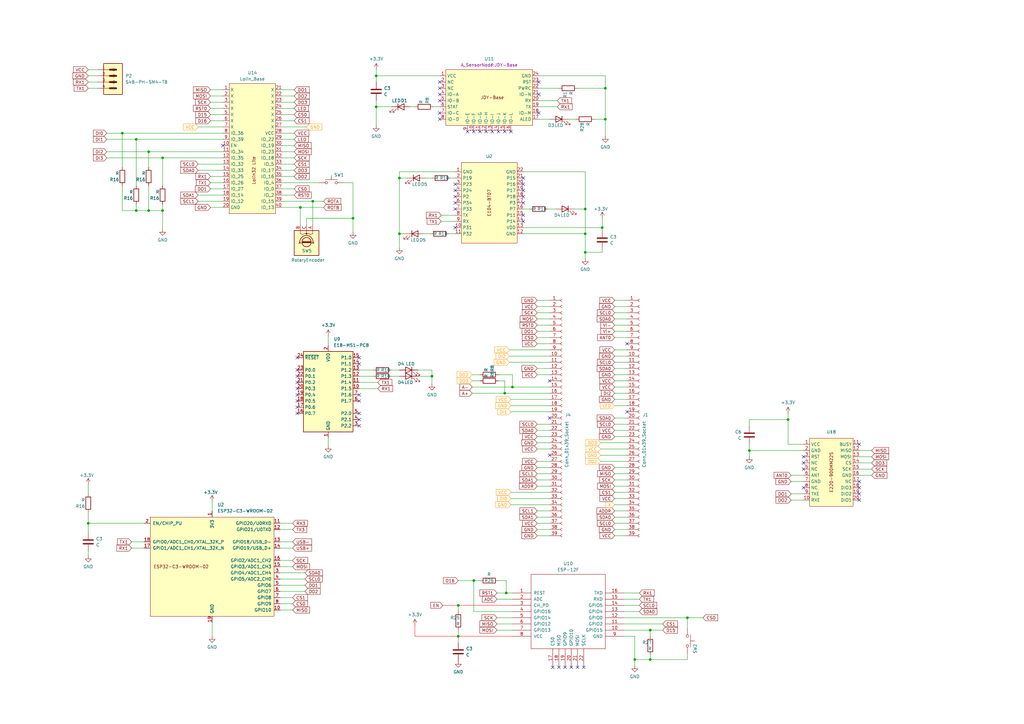
<source format=kicad_sch>
(kicad_sch (version 20230121) (generator eeschema)
  (paper "A3")
  (junction (at 60.96 62.23))
  (junction (at 281.94 253.365))
  (junction (at 240.03 85.725))
  (junction (at 50.165 54.61))
  (junction (at 144.78 89.535))
  (junction (at 128.27 82.55))
  (junction (at 240.03 103.505))
  (junction (at 154.305 31.115))
  (junction (at 266.7 258.445))
  (junction (at 154.305 43.815))
  (junction (at 248.285 36.195))
  (junction (at 66.675 86.36))
  (junction (at 36.195 214.63))
  (junction (at 248.285 48.895))
  (junction (at 210.185 158.75))
  (junction (at 123.19 85.09))
  (junction (at 307.34 184.785))
  (junction (at 177.165 154.305))
  (junction (at 55.88 86.36))
  (junction (at 207.01 161.29))
  (junction (at 240.03 95.885))
  (junction (at 247.015 93.345))
  (junction (at 60.96 86.36))
  (junction (at 266.7 270.51))
  (junction (at 194.31 238.125))
  (junction (at 55.88 57.15))
  (junction (at 163.83 95.885))
  (junction (at 66.675 64.77))
  (junction (at 323.215 172.085))
  (junction (at 187.96 260.985))
  (junction (at 260.35 270.51))
  (junction (at 187.96 248.285))
  (junction (at 207.645 243.205))
  (junction (at 163.83 73.025))
  (no_connect (at 214.63 78.105))
  (no_connect (at 229.235 273.685))
  (no_connect (at 236.855 273.685))
  (no_connect (at 352.425 197.485))
  (no_connect (at 257.175 140.97))
  (no_connect (at 220.98 38.735))
  (no_connect (at 231.775 273.685))
  (no_connect (at 196.85 53.975))
  (no_connect (at 257.175 168.91))
  (no_connect (at 186.69 75.565))
  (no_connect (at 214.63 73.025))
  (no_connect (at 147.32 149.225))
  (no_connect (at 225.425 171.45))
  (no_connect (at 91.44 59.69))
  (no_connect (at 209.55 53.975))
  (no_connect (at 121.92 161.925))
  (no_connect (at 239.395 273.685))
  (no_connect (at 180.34 48.895))
  (no_connect (at 225.425 186.69))
  (no_connect (at 121.92 151.765))
  (no_connect (at 329.565 200.025))
  (no_connect (at 199.39 53.975))
  (no_connect (at 329.565 187.325))
  (no_connect (at 180.34 33.655))
  (no_connect (at 214.63 90.805))
  (no_connect (at 352.425 202.565))
  (no_connect (at 121.92 146.685))
  (no_connect (at 186.69 80.645))
  (no_connect (at 121.92 169.545))
  (no_connect (at 121.92 159.385))
  (no_connect (at 214.63 83.185))
  (no_connect (at 220.98 33.655))
  (no_connect (at 186.69 85.725))
  (no_connect (at 180.34 46.355))
  (no_connect (at 147.32 161.925))
  (no_connect (at 214.63 88.265))
  (no_connect (at 180.34 38.735))
  (no_connect (at 180.34 41.275))
  (no_connect (at 147.32 164.465))
  (no_connect (at 121.92 164.465))
  (no_connect (at 214.63 75.565))
  (no_connect (at 121.92 154.305))
  (no_connect (at 201.93 53.975))
  (no_connect (at 234.315 273.685))
  (no_connect (at 225.425 156.21))
  (no_connect (at 121.92 167.005))
  (no_connect (at 180.34 36.195))
  (no_connect (at 207.01 53.975))
  (no_connect (at 121.92 156.845))
  (no_connect (at 191.77 53.975))
  (no_connect (at 214.63 80.645))
  (no_connect (at 186.69 78.105))
  (no_connect (at 147.32 174.625))
  (no_connect (at 186.69 83.185))
  (no_connect (at 220.98 46.355))
  (no_connect (at 204.47 53.975))
  (no_connect (at 329.565 192.405))
  (no_connect (at 226.695 273.685))
  (no_connect (at 352.425 205.105))
  (no_connect (at 186.69 93.345))
  (no_connect (at 329.565 189.865))
  (no_connect (at 352.425 182.245))
  (no_connect (at 194.31 53.975))
  (no_connect (at 352.425 200.025))
  (no_connect (at 147.32 172.085))
  (no_connect (at 147.32 146.685))
  (no_connect (at 147.32 169.545))
  (wire (pts (xy 210.185 258.445) (xy 203.835 258.445)))
  (wire (pts (xy 220.345 176.53) (xy 225.425 176.53)))
  (wire (pts (xy 220.345 219.71) (xy 225.425 219.71)))
  (wire (pts (xy 252.095 171.45) (xy 257.175 171.45)))
  (wire (pts (xy 220.345 173.99) (xy 225.425 173.99)))
  (wire (pts (xy 125.095 240.03) (xy 114.935 240.03)))
  (wire (pts (xy 66.675 64.77) (xy 66.675 76.2)))
  (wire (pts (xy 220.345 191.77) (xy 225.425 191.77)))
  (wire (pts (xy 120.65 72.39) (xy 115.57 72.39)))
  (wire (pts (xy 220.345 194.31) (xy 225.425 194.31)))
  (wire (pts (xy 252.095 161.29) (xy 257.175 161.29)))
  (wire (pts (xy 60.96 62.23) (xy 91.44 62.23)))
  (wire (pts (xy 209.55 207.01) (xy 225.425 207.01)))
  (wire (pts (xy 252.095 156.21) (xy 257.175 156.21)))
  (wire (pts (xy 281.94 270.51) (xy 266.7 270.51)))
  (wire (pts (xy 123.19 85.09) (xy 132.715 85.09)))
  (wire (pts (xy 246.38 184.15) (xy 257.175 184.15)))
  (wire (pts (xy 323.215 182.245) (xy 329.565 182.245)))
  (wire (pts (xy 86.36 49.53) (xy 91.44 49.53)))
  (wire (pts (xy 246.38 181.61) (xy 257.175 181.61)))
  (wire (pts (xy 255.905 245.745) (xy 262.255 245.745)))
  (wire (pts (xy 307.34 172.085) (xy 307.34 174.625)))
  (wire (pts (xy 209.55 168.91) (xy 225.425 168.91)))
  (wire (pts (xy 36.195 31.115) (xy 40.005 31.115)))
  (wire (pts (xy 248.285 36.195) (xy 248.285 48.895)))
  (wire (pts (xy 144.78 74.93) (xy 144.78 89.535)))
  (wire (pts (xy 120.65 67.31) (xy 115.57 67.31)))
  (wire (pts (xy 125.73 52.07) (xy 115.57 52.07)))
  (wire (pts (xy 243.84 48.895) (xy 248.285 48.895)))
  (wire (pts (xy 187.96 260.985) (xy 210.185 260.985)) (stroke (width 0) (color 255 0 0 1)))
  (wire (pts (xy 184.785 73.025) (xy 186.69 73.025)))
  (wire (pts (xy 50.165 76.2) (xy 50.165 86.36)))
  (wire (pts (xy 209.55 201.93) (xy 225.425 201.93)))
  (wire (pts (xy 204.47 238.125) (xy 207.645 238.125)))
  (wire (pts (xy 220.345 189.23) (xy 225.425 189.23)))
  (wire (pts (xy 120.65 36.83) (xy 115.57 36.83)))
  (wire (pts (xy 252.095 173.99) (xy 257.175 173.99)))
  (wire (pts (xy 240.03 103.505) (xy 240.03 106.045)))
  (wire (pts (xy 252.095 179.07) (xy 257.175 179.07)))
  (wire (pts (xy 357.505 192.405) (xy 352.425 192.405)))
  (wire (pts (xy 207.01 156.21) (xy 207.01 161.29)))
  (wire (pts (xy 163.83 73.025) (xy 163.83 95.885)))
  (wire (pts (xy 86.36 77.47) (xy 91.44 77.47)))
  (wire (pts (xy 233.045 48.895) (xy 236.22 48.895)))
  (wire (pts (xy 252.095 135.89) (xy 257.175 135.89)))
  (wire (pts (xy 194.31 250.825) (xy 210.185 250.825)))
  (wire (pts (xy 43.815 57.15) (xy 55.88 57.15)))
  (wire (pts (xy 134.62 179.705) (xy 134.62 182.88)))
  (wire (pts (xy 247.015 94.615) (xy 247.015 93.345)))
  (wire (pts (xy 86.36 39.37) (xy 91.44 39.37)))
  (wire (pts (xy 60.96 86.36) (xy 55.88 86.36)))
  (wire (pts (xy 214.63 70.485) (xy 240.03 70.485)))
  (wire (pts (xy 252.095 196.85) (xy 257.175 196.85)))
  (wire (pts (xy 255.905 258.445) (xy 266.7 258.445)))
  (wire (pts (xy 120.015 232.41) (xy 114.935 232.41)))
  (wire (pts (xy 204.47 156.21) (xy 207.01 156.21)))
  (wire (pts (xy 220.345 138.43) (xy 225.425 138.43)))
  (wire (pts (xy 220.98 48.895) (xy 225.425 48.895)))
  (wire (pts (xy 81.28 80.01) (xy 91.44 80.01)))
  (wire (pts (xy 154.305 31.115) (xy 154.305 33.655)))
  (wire (pts (xy 193.675 161.29) (xy 207.01 161.29)))
  (wire (pts (xy 209.55 163.83) (xy 225.425 163.83)))
  (wire (pts (xy 187.96 238.125) (xy 194.31 238.125)))
  (wire (pts (xy 207.645 238.125) (xy 207.645 243.205)))
  (wire (pts (xy 252.095 212.09) (xy 257.175 212.09)))
  (wire (pts (xy 207.01 161.29) (xy 225.425 161.29)))
  (wire (pts (xy 255.905 248.285) (xy 262.255 248.285)))
  (wire (pts (xy 125.095 237.49) (xy 114.935 237.49)))
  (wire (pts (xy 214.63 85.725) (xy 217.17 85.725)))
  (wire (pts (xy 171.45 154.305) (xy 177.165 154.305)))
  (wire (pts (xy 194.31 238.125) (xy 194.31 250.825)))
  (wire (pts (xy 196.85 238.125) (xy 194.31 238.125)))
  (wire (pts (xy 86.995 205.74) (xy 86.995 209.55)))
  (wire (pts (xy 220.345 125.73) (xy 225.425 125.73)))
  (wire (pts (xy 53.975 224.79) (xy 59.055 224.79)))
  (wire (pts (xy 210.185 153.67) (xy 210.185 158.75)))
  (wire (pts (xy 120.015 250.19) (xy 114.935 250.19)))
  (wire (pts (xy 255.905 255.905) (xy 271.78 255.905)))
  (wire (pts (xy 50.165 54.61) (xy 50.165 68.58)))
  (wire (pts (xy 163.83 70.485) (xy 186.69 70.485)))
  (wire (pts (xy 86.36 36.83) (xy 91.44 36.83)))
  (wire (pts (xy 43.815 54.61) (xy 50.165 54.61)))
  (wire (pts (xy 236.855 36.195) (xy 248.285 36.195)))
  (wire (pts (xy 160.655 154.305) (xy 163.83 154.305)))
  (wire (pts (xy 86.36 46.99) (xy 91.44 46.99)))
  (wire (pts (xy 36.195 36.195) (xy 40.005 36.195)))
  (wire (pts (xy 220.345 212.09) (xy 225.425 212.09)))
  (wire (pts (xy 147.32 154.305) (xy 153.035 154.305)))
  (wire (pts (xy 307.34 182.245) (xy 307.34 184.785)))
  (wire (pts (xy 81.28 69.85) (xy 91.44 69.85)))
  (wire (pts (xy 86.36 72.39) (xy 91.44 72.39)))
  (wire (pts (xy 266.7 258.445) (xy 271.78 258.445)))
  (wire (pts (xy 240.03 85.725) (xy 240.03 95.885)))
  (wire (pts (xy 210.185 243.205) (xy 207.645 243.205)))
  (wire (pts (xy 120.65 41.91) (xy 115.57 41.91)))
  (wire (pts (xy 187.96 248.285) (xy 187.96 250.825)))
  (wire (pts (xy 247.015 89.535) (xy 247.015 93.345)))
  (wire (pts (xy 252.095 217.17) (xy 257.175 217.17)))
  (wire (pts (xy 53.975 222.25) (xy 59.055 222.25)))
  (wire (pts (xy 125.73 89.535) (xy 144.78 89.535)))
  (wire (pts (xy 55.88 83.82) (xy 55.88 86.36)))
  (wire (pts (xy 171.45 151.765) (xy 177.165 151.765)))
  (wire (pts (xy 140.97 74.93) (xy 144.78 74.93)))
  (wire (pts (xy 173.99 95.885) (xy 176.53 95.885)))
  (wire (pts (xy 86.36 41.91) (xy 91.44 41.91)))
  (wire (pts (xy 220.345 184.15) (xy 225.425 184.15)))
  (wire (pts (xy 120.65 59.69) (xy 115.57 59.69)))
  (wire (pts (xy 220.98 43.815) (xy 228.6 43.815)))
  (wire (pts (xy 174.625 73.025) (xy 177.165 73.025)))
  (wire (pts (xy 235.585 85.725) (xy 240.03 85.725)))
  (wire (pts (xy 252.095 207.01) (xy 257.175 207.01)))
  (wire (pts (xy 208.915 148.59) (xy 225.425 148.59)))
  (wire (pts (xy 86.995 255.27) (xy 86.995 260.985)))
  (wire (pts (xy 120.015 224.79) (xy 114.935 224.79)))
  (wire (pts (xy 324.485 202.565) (xy 329.565 202.565)))
  (wire (pts (xy 187.96 258.445) (xy 187.96 260.985)))
  (wire (pts (xy 220.345 181.61) (xy 225.425 181.61)))
  (wire (pts (xy 163.83 73.025) (xy 167.005 73.025)))
  (wire (pts (xy 36.195 214.63) (xy 36.195 210.185)))
  (wire (pts (xy 220.345 217.17) (xy 225.425 217.17)))
  (wire (pts (xy 324.485 197.485) (xy 329.565 197.485)))
  (wire (pts (xy 81.28 52.07) (xy 91.44 52.07)))
  (wire (pts (xy 66.675 83.82) (xy 66.675 86.36)))
  (wire (pts (xy 220.345 140.97) (xy 225.425 140.97)))
  (wire (pts (xy 220.345 214.63) (xy 225.425 214.63)))
  (wire (pts (xy 252.095 204.47) (xy 257.175 204.47)))
  (wire (pts (xy 128.27 82.55) (xy 132.715 82.55)))
  (wire (pts (xy 357.505 194.945) (xy 352.425 194.945)))
  (wire (pts (xy 207.645 243.205) (xy 203.835 243.205)))
  (wire (pts (xy 252.095 125.73) (xy 257.175 125.73)))
  (wire (pts (xy 266.7 268.605) (xy 266.7 270.51)))
  (wire (pts (xy 220.345 179.07) (xy 225.425 179.07)))
  (wire (pts (xy 255.905 243.205) (xy 262.255 243.205)))
  (wire (pts (xy 36.195 33.655) (xy 40.005 33.655)))
  (wire (pts (xy 36.195 198.755) (xy 36.195 202.565)))
  (wire (pts (xy 115.57 82.55) (xy 128.27 82.55)))
  (wire (pts (xy 252.095 163.83) (xy 257.175 163.83)))
  (wire (pts (xy 252.095 146.05) (xy 257.175 146.05)))
  (wire (pts (xy 168.275 43.815) (xy 170.18 43.815)))
  (wire (pts (xy 252.095 153.67) (xy 257.175 153.67)))
  (wire (pts (xy 220.345 135.89) (xy 225.425 135.89)))
  (wire (pts (xy 163.83 95.885) (xy 166.37 95.885)))
  (wire (pts (xy 193.675 153.67) (xy 196.85 153.67)))
  (wire (pts (xy 120.015 245.11) (xy 114.935 245.11)))
  (wire (pts (xy 193.675 156.21) (xy 196.85 156.21)))
  (wire (pts (xy 220.98 36.195) (xy 229.235 36.195)))
  (wire (pts (xy 120.65 49.53) (xy 115.57 49.53)))
  (wire (pts (xy 154.305 31.115) (xy 154.305 28.575)))
  (wire (pts (xy 252.095 151.13) (xy 257.175 151.13)))
  (wire (pts (xy 247.015 103.505) (xy 240.03 103.505)))
  (wire (pts (xy 86.36 44.45) (xy 91.44 44.45)))
  (wire (pts (xy 170.18 260.985) (xy 170.18 256.54)) (stroke (width 0) (color 255 0 0 1)))
  (wire (pts (xy 163.83 95.885) (xy 163.83 101.6)))
  (wire (pts (xy 120.015 214.63) (xy 114.935 214.63)))
  (wire (pts (xy 120.015 229.87) (xy 114.935 229.87)))
  (wire (pts (xy 120.65 69.85) (xy 115.57 69.85)))
  (wire (pts (xy 357.505 189.865) (xy 352.425 189.865)))
  (wire (pts (xy 220.345 130.81) (xy 225.425 130.81)))
  (wire (pts (xy 247.015 93.345) (xy 214.63 93.345)))
  (wire (pts (xy 252.095 176.53) (xy 257.175 176.53)))
  (wire (pts (xy 214.63 95.885) (xy 240.03 95.885)))
  (wire (pts (xy 180.975 88.265) (xy 186.69 88.265)))
  (wire (pts (xy 147.32 151.765) (xy 153.035 151.765)))
  (wire (pts (xy 208.915 143.51) (xy 225.425 143.51)))
  (wire (pts (xy 240.03 70.485) (xy 240.03 85.725)))
  (wire (pts (xy 252.095 138.43) (xy 257.175 138.43)))
  (wire (pts (xy 36.195 214.63) (xy 36.195 218.44)))
  (wire (pts (xy 323.215 169.545) (xy 323.215 172.085)))
  (wire (pts (xy 120.65 44.45) (xy 115.57 44.45)))
  (wire (pts (xy 324.485 205.105) (xy 329.565 205.105)))
  (wire (pts (xy 220.345 133.35) (xy 225.425 133.35)))
  (wire (pts (xy 323.215 172.085) (xy 323.215 182.245)))
  (wire (pts (xy 255.905 250.825) (xy 262.255 250.825)))
  (wire (pts (xy 184.15 95.885) (xy 186.69 95.885)))
  (wire (pts (xy 125.095 242.57) (xy 114.935 242.57)))
  (wire (pts (xy 266.7 270.51) (xy 260.35 270.51)))
  (wire (pts (xy 187.96 248.285) (xy 210.185 248.285)) (stroke (width 0) (color 255 0 0 1)))
  (wire (pts (xy 160.655 151.765) (xy 163.83 151.765)))
  (wire (pts (xy 220.345 153.67) (xy 225.425 153.67)))
  (wire (pts (xy 154.305 41.275) (xy 154.305 43.815)))
  (wire (pts (xy 224.79 85.725) (xy 227.965 85.725)))
  (wire (pts (xy 163.83 70.485) (xy 163.83 73.025)))
  (wire (pts (xy 209.55 166.37) (xy 225.425 166.37)))
  (wire (pts (xy 36.195 28.575) (xy 40.005 28.575)))
  (wire (pts (xy 210.185 158.75) (xy 225.425 158.75)))
  (wire (pts (xy 120.015 222.25) (xy 114.935 222.25)))
  (wire (pts (xy 50.165 54.61) (xy 91.44 54.61)))
  (wire (pts (xy 252.095 128.27) (xy 257.175 128.27)))
  (wire (pts (xy 60.96 76.2) (xy 60.96 86.36)))
  (wire (pts (xy 66.675 64.77) (xy 91.44 64.77)))
  (wire (pts (xy 120.65 80.01) (xy 115.57 80.01)))
  (wire (pts (xy 260.35 260.985) (xy 260.35 270.51)))
  (wire (pts (xy 220.345 199.39) (xy 225.425 199.39)))
  (wire (pts (xy 180.975 90.805) (xy 186.69 90.805)))
  (wire (pts (xy 144.78 89.535) (xy 144.78 95.25)))
  (wire (pts (xy 252.095 194.31) (xy 257.175 194.31)))
  (wire (pts (xy 204.47 153.67) (xy 210.185 153.67)))
  (wire (pts (xy 81.28 82.55) (xy 91.44 82.55)))
  (wire (pts (xy 357.505 184.785) (xy 352.425 184.785)))
  (wire (pts (xy 187.96 260.985) (xy 187.96 263.525)))
  (wire (pts (xy 86.36 85.09) (xy 91.44 85.09)))
  (wire (pts (xy 307.34 172.085) (xy 323.215 172.085)))
  (wire (pts (xy 252.095 214.63) (xy 257.175 214.63)))
  (wire (pts (xy 220.345 128.27) (xy 225.425 128.27)))
  (wire (pts (xy 36.195 214.63) (xy 59.055 214.63)))
  (wire (pts (xy 248.285 31.115) (xy 248.285 36.195)))
  (wire (pts (xy 210.185 245.745) (xy 203.835 245.745)))
  (wire (pts (xy 66.675 86.36) (xy 60.96 86.36)))
  (wire (pts (xy 252.095 191.77) (xy 257.175 191.77)))
  (wire (pts (xy 357.505 187.325) (xy 352.425 187.325)))
  (wire (pts (xy 209.55 204.47) (xy 225.425 204.47)))
  (wire (pts (xy 81.28 67.31) (xy 91.44 67.31)))
  (wire (pts (xy 193.675 158.75) (xy 210.185 158.75)))
  (wire (pts (xy 281.94 267.97) (xy 281.94 270.51)))
  (wire (pts (xy 220.98 41.275) (xy 228.6 41.275)))
  (wire (pts (xy 260.35 270.51) (xy 260.35 273.05)))
  (wire (pts (xy 252.095 133.35) (xy 257.175 133.35)))
  (wire (pts (xy 43.815 64.77) (xy 66.675 64.77)))
  (wire (pts (xy 220.345 209.55) (xy 225.425 209.55)))
  (wire (pts (xy 307.34 184.785) (xy 329.565 184.785)))
  (wire (pts (xy 247.015 102.235) (xy 247.015 103.505)))
  (wire (pts (xy 266.7 258.445) (xy 266.7 260.985)))
  (wire (pts (xy 120.65 57.15) (xy 115.57 57.15)))
  (wire (pts (xy 246.38 189.23) (xy 257.175 189.23)))
  (wire (pts (xy 86.36 74.93) (xy 91.44 74.93)))
  (wire (pts (xy 307.34 184.785) (xy 307.34 187.325)))
  (wire (pts (xy 125.095 234.95) (xy 114.935 234.95)))
  (wire (pts (xy 134.62 137.795) (xy 134.62 141.605)))
  (wire (pts (xy 252.095 209.55) (xy 257.175 209.55)))
  (wire (pts (xy 55.88 57.15) (xy 55.88 76.2)))
  (wire (pts (xy 120.65 77.47) (xy 115.57 77.47)))
  (wire (pts (xy 147.32 159.385) (xy 154.94 159.385)))
  (wire (pts (xy 246.38 186.69) (xy 257.175 186.69)))
  (wire (pts (xy 120.65 54.61) (xy 115.57 54.61)))
  (wire (pts (xy 120.65 46.99) (xy 115.57 46.99)))
  (wire (pts (xy 252.095 143.51) (xy 257.175 143.51)))
  (wire (pts (xy 123.19 85.09) (xy 123.19 92.075)))
  (wire (pts (xy 220.345 123.19) (xy 225.425 123.19)))
  (wire (pts (xy 248.285 48.895) (xy 248.285 55.88)))
  (wire (pts (xy 170.18 260.985) (xy 187.96 260.985)) (stroke (width 0) (color 255 0 0 1)))
  (wire (pts (xy 252.095 201.93) (xy 257.175 201.93)))
  (wire (pts (xy 220.345 151.13) (xy 225.425 151.13)))
  (wire (pts (xy 329.565 194.945) (xy 324.485 194.945)))
  (wire (pts (xy 252.095 123.19) (xy 257.175 123.19)))
  (wire (pts (xy 240.03 95.885) (xy 240.03 103.505)))
  (wire (pts (xy 252.095 166.37) (xy 257.175 166.37)))
  (wire (pts (xy 147.32 156.845) (xy 154.94 156.845)))
  (wire (pts (xy 281.94 253.365) (xy 288.29 253.365)))
  (wire (pts (xy 252.095 148.59) (xy 257.175 148.59)))
  (wire (pts (xy 36.195 227.965) (xy 36.195 226.06)))
  (wire (pts (xy 177.165 154.305) (xy 177.165 157.48)))
  (wire (pts (xy 55.88 57.15) (xy 91.44 57.15)))
  (wire (pts (xy 120.65 64.77) (xy 115.57 64.77)))
  (wire (pts (xy 60.96 62.23) (xy 60.96 68.58)))
  (wire (pts (xy 210.185 253.365) (xy 203.835 253.365)))
  (wire (pts (xy 125.73 89.535) (xy 125.73 92.075)))
  (wire (pts (xy 281.94 257.81) (xy 281.94 253.365)))
  (wire (pts (xy 154.305 43.815) (xy 154.305 51.435)))
  (wire (pts (xy 252.095 199.39) (xy 257.175 199.39)))
  (wire (pts (xy 181.61 248.285) (xy 187.96 248.285)) (stroke (width 0) (color 255 0 0 1)))
  (wire (pts (xy 120.65 39.37) (xy 115.57 39.37)))
  (wire (pts (xy 177.165 151.765) (xy 177.165 154.305)))
  (wire (pts (xy 115.57 74.93) (xy 130.81 74.93)))
  (wire (pts (xy 252.095 130.81) (xy 257.175 130.81)))
  (wire (pts (xy 255.905 253.365) (xy 281.94 253.365)))
  (wire (pts (xy 255.905 260.985) (xy 260.35 260.985)))
  (wire (pts (xy 252.095 219.71) (xy 257.175 219.71)))
  (wire (pts (xy 120.015 217.17) (xy 114.935 217.17)))
  (wire (pts (xy 43.815 62.23) (xy 60.96 62.23)))
  (wire (pts (xy 177.8 43.815) (xy 180.34 43.815)))
  (wire (pts (xy 220.98 31.115) (xy 248.285 31.115)))
  (wire (pts (xy 128.27 82.55) (xy 128.27 92.075)))
  (wire (pts (xy 252.095 158.75) (xy 257.175 158.75)))
  (wire (pts (xy 220.345 196.85) (xy 225.425 196.85)))
  (wire (pts (xy 210.185 255.905) (xy 203.835 255.905)))
  (wire (pts (xy 66.675 86.36) (xy 66.675 93.98)))
  (wire (pts (xy 115.57 85.09) (xy 123.19 85.09)))
  (wire (pts (xy 120.65 62.23) (xy 115.57 62.23)))
  (wire (pts (xy 120.015 247.65) (xy 114.935 247.65)))
  (wire (pts (xy 180.34 31.115) (xy 154.305 31.115)))
  (wire (pts (xy 55.88 86.36) (xy 50.165 86.36)))
  (wire (pts (xy 208.915 146.05) (xy 225.425 146.05)))
  (wire (pts (xy 154.305 43.815) (xy 160.655 43.815)))
  (global_label "D15" (shape input) (at 271.78 258.445 0) (property "Intersheetrefs" "${INTERSHEET_REFS}" (effects hide)))
  (global_label "VCC" (shape input) (at 220.345 214.63 180) (property "Intersheetrefs" "${INTERSHEET_REFS}" (effects hide)))
  (global_label "DI3" (shape input) (at 43.815 64.77 180) (property "Intersheetrefs" "${INTERSHEET_REFS}" (effects hide)))
  (global_label "GND" (shape input) (at 209.55 207.01 180) (property "Intersheetrefs" "${INTERSHEET_REFS}" (effects hide)))
  (global_label "GND" (shape input) (at 86.36 85.09 180) (property "Intersheetrefs" "${INTERSHEET_REFS}" (effects hide)))
  (global_label "MISO" (shape input) (at 203.835 255.905 180) (property "Intersheetrefs" "${INTERSHEET_REFS}" (effects hide)))
  (global_label "GND" (shape input) (at 252.095 146.05 180) (property "Intersheetrefs" "${INTERSHEET_REFS}" (effects hide)))
  (global_label "RST1" (shape input) (at 203.835 243.205 180) (property "Intersheetrefs" "${INTERSHEET_REFS}" (effects hide)))
  (global_label "SCL0" (shape input) (at 81.28 67.31 180) (property "Intersheetrefs" "${INTERSHEET_REFS}" (effects hide)))
  (global_label "ADDR" (shape input) (at 252.095 209.55 180) (property "Intersheetrefs" "${INTERSHEET_REFS}" (effects hide)))
  (global_label "VCC" (shape input) (at 252.095 158.75 180) (property "Intersheetrefs" "${INTERSHEET_REFS}" (effects hide)))
  (global_label "LED" (shape input) (at 252.095 166.37 180) (property "Intersheetrefs" "${INTERSHEET_REFS}" (effects hide)))
  (global_label "GND" (shape input) (at 324.485 197.485 180) (property "Intersheetrefs" "${INTERSHEET_REFS}" (effects hide)))
  (global_label "VCC" (shape input) (at 220.345 179.07 180) (property "Intersheetrefs" "${INTERSHEET_REFS}" (effects hide)))
  (global_label "TX1" (shape input) (at 53.975 222.25 180) (property "Intersheetrefs" "${INTERSHEET_REFS}" (effects hide)))
  (global_label "DO1" (shape input) (at 324.485 202.565 180) (property "Intersheetrefs" "${INTERSHEET_REFS}" (effects hide)))
  (global_label "Vi-" (shape input) (at 252.095 133.35 180) (property "Intersheetrefs" "${INTERSHEET_REFS}" (effects hide)))
  (global_label "GND" (shape input) (at 220.345 181.61 180) (property "Intersheetrefs" "${INTERSHEET_REFS}" (effects hide)))
  (global_label "GND" (shape input) (at 246.38 186.69 180) (property "Intersheetrefs" "${INTERSHEET_REFS}" (effects hide)))
  (global_label "VCC" (shape input) (at 220.345 125.73 180) (property "Intersheetrefs" "${INTERSHEET_REFS}" (effects hide)))
  (global_label "TX1" (shape input) (at 36.195 36.195 180) (property "Intersheetrefs" "${INTERSHEET_REFS}" (effects hide)))
  (global_label "MOSI" (shape input) (at 252.095 199.39 180) (property "Intersheetrefs" "${INTERSHEET_REFS}" (effects hide)))
  (global_label "LED" (shape input) (at 120.65 44.45 0) (property "Intersheetrefs" "${INTERSHEET_REFS}" (effects hide)))
  (global_label "ADDR" (shape input) (at 220.345 199.39 180) (property "Intersheetrefs" "${INTERSHEET_REFS}" (effects hide)))
  (global_label "Vi+" (shape input) (at 252.095 135.89 180) (property "Intersheetrefs" "${INTERSHEET_REFS}" (effects hide)))
  (global_label "CS0" (shape input) (at 120.65 46.99 0) (property "Intersheetrefs" "${INTERSHEET_REFS}" (effects hide)))
  (global_label "DO3" (shape input) (at 246.38 181.61 180) (property "Intersheetrefs" "${INTERSHEET_REFS}" (effects hide)))
  (global_label "SDA1" (shape input) (at 220.345 212.09 180) (property "Intersheetrefs" "${INTERSHEET_REFS}" (effects hide)))
  (global_label "DO1" (shape input) (at 125.095 240.03 0) (property "Intersheetrefs" "${INTERSHEET_REFS}" (effects hide)))
  (global_label "VCC" (shape input) (at 252.095 176.53 180) (property "Intersheetrefs" "${INTERSHEET_REFS}" (effects hide)))
  (global_label "D16" (shape input) (at 187.96 238.125 180) (property "Intersheetrefs" "${INTERSHEET_REFS}" (effects hide)))
  (global_label "MISO" (shape input) (at 252.095 194.31 180) (property "Intersheetrefs" "${INTERSHEET_REFS}" (effects hide)))
  (global_label "GND" (shape input) (at 252.095 125.73 180) (property "Intersheetrefs" "${INTERSHEET_REFS}" (effects hide)))
  (global_label "VCC" (shape input) (at 81.28 52.07 180) (property "Intersheetrefs" "${INTERSHEET_REFS}" (effects hide)))
  (global_label "CS1" (shape input) (at 271.78 255.905 0) (property "Intersheetrefs" "${INTERSHEET_REFS}" (effects hide)))
  (global_label "SCK" (shape input) (at 252.095 196.85 180) (property "Intersheetrefs" "${INTERSHEET_REFS}" (effects hide)))
  (global_label "GND" (shape input) (at 125.73 52.07 0) (property "Intersheetrefs" "${INTERSHEET_REFS}" (effects hide)))
  (global_label "SCK" (shape input) (at 86.36 41.91 180) (property "Intersheetrefs" "${INTERSHEET_REFS}" (effects hide)))
  (global_label "SCK" (shape input) (at 220.345 128.27 180) (property "Intersheetrefs" "${INTERSHEET_REFS}" (effects hide)))
  (global_label "DO1" (shape input) (at 86.36 77.47 180) (property "Intersheetrefs" "${INTERSHEET_REFS}" (effects hide)))
  (global_label "SCK" (shape input) (at 120.015 229.87 0) (property "Intersheetrefs" "${INTERSHEET_REFS}" (effects hide)))
  (global_label "SDA0" (shape input) (at 252.095 171.45 180) (property "Intersheetrefs" "${INTERSHEET_REFS}" (effects hide)))
  (global_label "TX1" (shape input) (at 228.6 41.275 0) (property "Intersheetrefs" "${INTERSHEET_REFS}" (effects hide)))
  (global_label "GND" (shape input) (at 208.915 148.59 180) (property "Intersheetrefs" "${INTERSHEET_REFS}" (effects hide)))
  (global_label "SDA1" (shape input) (at 220.345 196.85 180) (property "Intersheetrefs" "${INTERSHEET_REFS}" (effects hide)))
  (global_label "MOSI" (shape input) (at 86.36 39.37 180) (property "Intersheetrefs" "${INTERSHEET_REFS}" (effects hide)))
  (global_label "VCC" (shape input) (at 220.345 184.15 180) (property "Intersheetrefs" "${INTERSHEET_REFS}" (effects hide)))
  (global_label "DO2" (shape input) (at 324.485 205.105 180) (property "Intersheetrefs" "${INTERSHEET_REFS}" (effects hide)))
  (global_label "TX1" (shape input) (at 262.255 245.745 0) (property "Intersheetrefs" "${INTERSHEET_REFS}" (effects hide)))
  (global_label "DO1" (shape input) (at 120.65 36.83 0) (property "Intersheetrefs" "${INTERSHEET_REFS}" (effects hide)))
  (global_label "MISO" (shape input) (at 86.36 36.83 180) (property "Intersheetrefs" "${INTERSHEET_REFS}" (effects hide)))
  (global_label "SDA0" (shape input) (at 125.095 234.95 0) (property "Intersheetrefs" "${INTERSHEET_REFS}" (effects hide)))
  (global_label "DO3" (shape input) (at 120.65 69.85 0) (property "Intersheetrefs" "${INTERSHEET_REFS}" (effects hide)))
  (global_label "VCC" (shape input) (at 209.55 201.93 180) (property "Intersheetrefs" "${INTERSHEET_REFS}" (effects hide)))
  (global_label "LED" (shape input) (at 120.65 57.15 0) (property "Intersheetrefs" "${INTERSHEET_REFS}" (effects hide)))
  (global_label "VCC" (shape input) (at 252.095 123.19 180) (property "Intersheetrefs" "${INTERSHEET_REFS}" (effects hide)))
  (global_label "USB+" (shape input) (at 120.015 224.79 0) (property "Intersheetrefs" "${INTERSHEET_REFS}" (effects hide)))
  (global_label "USB-" (shape input) (at 120.015 222.25 0) (property "Intersheetrefs" "${INTERSHEET_REFS}" (effects hide)))
  (global_label "VCC" (shape input) (at 220.345 189.23 180) (property "Intersheetrefs" "${INTERSHEET_REFS}" (effects hide)))
  (global_label "CS1" (shape input) (at 252.095 201.93 180) (property "Intersheetrefs" "${INTERSHEET_REFS}" (effects hide)))
  (global_label "DO1" (shape input) (at 220.345 135.89 180) (property "Intersheetrefs" "${INTERSHEET_REFS}" (effects hide)))
  (global_label "SCL0" (shape input) (at 252.095 128.27 180) (property "Intersheetrefs" "${INTERSHEET_REFS}" (effects hide)))
  (global_label "MOSI" (shape input) (at 203.835 258.445 180) (property "Intersheetrefs" "${INTERSHEET_REFS}" (effects hide)))
  (global_label "VCC" (shape input) (at 36.195 28.575 180) (property "Intersheetrefs" "${INTERSHEET_REFS}" (effects hide)))
  (global_label "VCC" (shape input) (at 220.345 153.67 180) (property "Intersheetrefs" "${INTERSHEET_REFS}" (effects hide)))
  (global_label "D15" (shape input) (at 86.36 46.99 180) (property "Intersheetrefs" "${INTERSHEET_REFS}" (effects hide)))
  (global_label "SCL1" (shape input) (at 220.345 194.31 180) (property "Intersheetrefs" "${INTERSHEET_REFS}" (effects hide)))
  (global_label "CS1" (shape input) (at 120.015 245.11 0) (property "Intersheetrefs" "${INTERSHEET_REFS}" (effects hide)))
  (global_label "SCL0" (shape input) (at 252.095 148.59 180) (property "Intersheetrefs" "${INTERSHEET_REFS}" (effects hide)))
  (global_label "GND" (shape input) (at 252.095 153.67 180) (property "Intersheetrefs" "${INTERSHEET_REFS}" (effects hide)))
  (global_label "SCL0" (shape input) (at 252.095 214.63 180) (property "Intersheetrefs" "${INTERSHEET_REFS}" (effects hide)))
  (global_label "CS0" (shape input) (at 288.29 253.365 0) (property "Intersheetrefs" "${INTERSHEET_REFS}" (effects hide)))
  (global_label "TX1" (shape input) (at 154.94 156.845 0) (property "Intersheetrefs" "${INTERSHEET_REFS}" (effects hide)))
  (global_label "RX3" (shape input) (at 120.015 214.63 0) (property "Intersheetrefs" "${INTERSHEET_REFS}" (effects hide)))
  (global_label "DI2" (shape input) (at 252.095 161.29 180) (property "Intersheetrefs" "${INTERSHEET_REFS}" (effects hide)))
  (global_label "ANT0" (shape input) (at 252.095 138.43 180) (property "Intersheetrefs" "${INTERSHEET_REFS}" (effects hide)))
  (global_label "RX1" (shape input) (at 86.36 72.39 180) (property "Intersheetrefs" "${INTERSHEET_REFS}" (effects hide)))
  (global_label "VCC" (shape input) (at 120.65 54.61 0) (property "Intersheetrefs" "${INTERSHEET_REFS}" (effects hide)))
  (global_label "SDA0" (shape input) (at 252.095 130.81 180) (property "Intersheetrefs" "${INTERSHEET_REFS}" (effects hide)))
  (global_label "MISO" (shape input) (at 120.65 59.69 0) (property "Intersheetrefs" "${INTERSHEET_REFS}" (effects hide)))
  (global_label "DO2" (shape input) (at 125.095 242.57 0) (property "Intersheetrefs" "${INTERSHEET_REFS}" (effects hide)))
  (global_label "CS1" (shape input) (at 120.65 67.31 0) (property "Intersheetrefs" "${INTERSHEET_REFS}" (effects hide)))
  (global_label "GND" (shape input) (at 252.095 217.17 180) (property "Intersheetrefs" "${INTERSHEET_REFS}" (effects hide)))
  (global_label "VCC" (shape input) (at 252.095 156.21 180) (property "Intersheetrefs" "${INTERSHEET_REFS}" (effects hide)))
  (global_label "ANT0" (shape input) (at 324.485 194.945 180) (property "Intersheetrefs" "${INTERSHEET_REFS}" (effects hide)))
  (global_label "RST0" (shape input) (at 220.345 133.35 180) (property "Intersheetrefs" "${INTERSHEET_REFS}" (effects hide)))
  (global_label "SDA1" (shape input) (at 81.28 80.01 180) (property "Intersheetrefs" "${INTERSHEET_REFS}" (effects hide)))
  (global_label "DO3" (shape input) (at 120.65 41.91 0) (property "Intersheetrefs" "${INTERSHEET_REFS}" (effects hide)))
  (global_label "SCL1" (shape input) (at 81.28 82.55 180) (property "Intersheetrefs" "${INTERSHEET_REFS}" (effects hide)))
  (global_label "GND" (shape input) (at 209.55 166.37 180) (property "Intersheetrefs" "${INTERSHEET_REFS}" (effects hide)))
  (global_label "SCK" (shape input) (at 203.835 253.365 180) (property "Intersheetrefs" "${INTERSHEET_REFS}" (effects hide)))
  (global_label "TX1" (shape input) (at 86.36 74.93 180) (property "Intersheetrefs" "${INTERSHEET_REFS}" (effects hide)))
  (global_label "TX1" (shape input) (at 180.975 90.805 180) (property "Intersheetrefs" "${INTERSHEET_REFS}" (effects hide)))
  (global_label "GND" (shape input) (at 220.345 123.19 180) (property "Intersheetrefs" "${INTERSHEET_REFS}" (effects hide)))
  (global_label "GND" (shape input) (at 252.095 179.07 180) (property "Intersheetrefs" "${INTERSHEET_REFS}" (effects hide)))
  (global_label "VCC" (shape input) (at 252.095 143.51 180) (property "Intersheetrefs" "${INTERSHEET_REFS}" (effects hide)))
  (global_label "A-" (shape input) (at 193.675 158.75 180) (property "Intersheetrefs" "${INTERSHEET_REFS}" (effects hide)))
  (global_label "DO2" (shape input) (at 246.38 189.23 180) (property "Intersheetrefs" "${INTERSHEET_REFS}" (effects hide)))
  (global_label "SCL0" (shape input) (at 252.095 173.99 180) (property "Intersheetrefs" "${INTERSHEET_REFS}" (effects hide)))
  (global_label "GND" (shape input) (at 252.095 191.77 180) (property "Intersheetrefs" "${INTERSHEET_REFS}" (effects hide)))
  (global_label "RX1" (shape input) (at 53.975 224.79 180) (property "Intersheetrefs" "${INTERSHEET_REFS}" (effects hide)))
  (global_label "A+" (shape input) (at 193.675 161.29 180) (property "Intersheetrefs" "${INTERSHEET_REFS}" (effects hide)))
  (global_label "RX1" (shape input) (at 228.6 43.815 0) (property "Intersheetrefs" "${INTERSHEET_REFS}" (effects hide)))
  (global_label "TX3" (shape input) (at 120.015 217.17 0) (property "Intersheetrefs" "${INTERSHEET_REFS}" (effects hide)))
  (global_label "SCK" (shape input) (at 357.505 192.405 0) (property "Intersheetrefs" "${INTERSHEET_REFS}" (effects hide)))
  (global_label "RX1" (shape input) (at 262.255 243.205 0) (property "Intersheetrefs" "${INTERSHEET_REFS}" (effects hide)))
  (global_label "DO2" (shape input) (at 120.65 72.39 0) (property "Intersheetrefs" "${INTERSHEET_REFS}" (effects hide)))
  (global_label "SCL0" (shape input) (at 220.345 173.99 180) (property "Intersheetrefs" "${INTERSHEET_REFS}" (effects hide)))
  (global_label "GND" (shape input) (at 36.195 31.115 180) (property "Intersheetrefs" "${INTERSHEET_REFS}" (effects hide)))
  (global_label "DI2" (shape input) (at 208.915 146.05 180) (property "Intersheetrefs" "${INTERSHEET_REFS}" (effects hide)))
  (global_label "GND" (shape input) (at 220.345 217.17 180) (property "Intersheetrefs" "${INTERSHEET_REFS}" (effects hide)))
  (global_label "D16" (shape input) (at 86.36 49.53 180) (property "Intersheetrefs" "${INTERSHEET_REFS}" (effects hide)))
  (global_label "SDA0" (shape input) (at 252.095 151.13 180) (property "Intersheetrefs" "${INTERSHEET_REFS}" (effects hide)))
  (global_label "DI2" (shape input) (at 43.815 62.23 180) (property "Intersheetrefs" "${INTERSHEET_REFS}" (effects hide)))
  (global_label "MOSI" (shape input) (at 220.345 130.81 180) (property "Intersheetrefs" "${INTERSHEET_REFS}" (effects hide)))
  (global_label "CS1" (shape input) (at 120.65 49.53 0) (property "Intersheetrefs" "${INTERSHEET_REFS}" (effects hide)))
  (global_label "GND" (shape input) (at 220.345 151.13 180) (property "Intersheetrefs" "${INTERSHEET_REFS}" (effects hide)))
  (global_label "VCC" (shape input) (at 252.095 204.47 180) (property "Intersheetrefs" "${INTERSHEET_REFS}" (effects hide)))
  (global_label "RST0" (shape input) (at 86.36 44.45 180) (property "Intersheetrefs" "${INTERSHEET_REFS}" (effects hide)))
  (global_label "RX1" (shape input) (at 180.975 88.265 180) (property "Intersheetrefs" "${INTERSHEET_REFS}" (effects hide)))
  (global_label "SDA0" (shape input) (at 220.345 176.53 180) (property "Intersheetrefs" "${INTERSHEET_REFS}" (effects hide)))
  (global_label "SCL0" (shape input) (at 125.095 237.49 0) (property "Intersheetrefs" "${INTERSHEET_REFS}" (effects hide)))
  (global_label "X" (shape input) (at 252.095 207.01 180) (property "Intersheetrefs" "${INTERSHEET_REFS}" (effects hide)))
  (global_label "SCK" (shape input) (at 120.65 64.77 0) (property "Intersheetrefs" "${INTERSHEET_REFS}" (effects hide)))
  (global_label "MOSI" (shape input) (at 357.505 187.325 0) (property "Intersheetrefs" "${INTERSHEET_REFS}" (effects hide)))
  (global_label "VCC" (shape input) (at 220.345 140.97 180) (property "Intersheetrefs" "${INTERSHEET_REFS}" (effects hide)))
  (global_label "DO3" (shape input) (at 193.675 156.21 180) (property "Intersheetrefs" "${INTERSHEET_REFS}" (effects hide)))
  (global_label "RST0" (shape input) (at 120.65 80.01 0) (property "Intersheetrefs" "${INTERSHEET_REFS}" (effects hide)))
  (global_label "MOSI" (shape input) (at 120.65 62.23 0) (property "Intersheetrefs" "${INTERSHEET_REFS}" (effects hide)))
  (global_label "SDA0" (shape input) (at 252.095 212.09 180) (property "Intersheetrefs" "${INTERSHEET_REFS}" (effects hide)))
  (global_label "VCC" (shape input) (at 252.095 219.71 180) (property "Intersheetrefs" "${INTERSHEET_REFS}" (effects hide)))
  (global_label "DI0" (shape input) (at 209.55 204.47 180) (property "Intersheetrefs" "${INTERSHEET_REFS}" (effects hide)))
  (global_label "SCL0" (shape input) (at 262.255 248.285 0) (property "Intersheetrefs" "${INTERSHEET_REFS}" (effects hide)))
  (global_label "SDA0" (shape input) (at 262.255 250.825 0) (property "Intersheetrefs" "${INTERSHEET_REFS}" (effects hide)))
  (global_label "GND" (shape input) (at 357.505 194.945 0) (property "Intersheetrefs" "${INTERSHEET_REFS}" (effects hide)))
  (global_label "ADC" (shape input) (at 203.835 245.745 180) (property "Intersheetrefs" "${INTERSHEET_REFS}" (effects hide)))
  (global_label "SDA0" (shape input) (at 81.28 69.85 180) (property "Intersheetrefs" "${INTERSHEET_REFS}" (effects hide)))
  (global_label "VCC" (shape input) (at 246.38 184.15 180) (property "Intersheetrefs" "${INTERSHEET_REFS}" (effects hide)))
  (global_label "SCL1" (shape input) (at 220.345 209.55 180) (property "Intersheetrefs" "${INTERSHEET_REFS}" (effects hide)))
  (global_label "RX1" (shape input) (at 36.195 33.655 180) (property "Intersheetrefs" "${INTERSHEET_REFS}" (effects hide)))
  (global_label "DO3" (shape input) (at 357.505 189.865 0) (property "Intersheetrefs" "${INTERSHEET_REFS}" (effects hide)))
  (global_label "VCC" (shape input) (at 208.915 143.51 180) (property "Intersheetrefs" "${INTERSHEET_REFS}" (effects hide)))
  (global_label "DO2" (shape input) (at 120.65 39.37 0) (property "Intersheetrefs" "${INTERSHEET_REFS}" (effects hide)))
  (global_label "EN" (shape input) (at 181.61 248.285 180) (property "Intersheetrefs" "${INTERSHEET_REFS}" (effects hide)))
  (global_label "GND" (shape input) (at 220.345 191.77 180) (property "Intersheetrefs" "${INTERSHEET_REFS}" (effects hide)))
  (global_label "GND" (shape input) (at 220.345 219.71 180) (property "Intersheetrefs" "${INTERSHEET_REFS}" (effects hide)))
  (global_label "ROTA" (shape input) (at 132.715 82.55 0) (property "Intersheetrefs" "${INTERSHEET_REFS}" (effects hide)))
  (global_label "MISO" (shape input) (at 357.505 184.785 0) (property "Intersheetrefs" "${INTERSHEET_REFS}" (effects hide)))
  (global_label "DO2" (shape input) (at 193.675 153.67 180) (property "Intersheetrefs" "${INTERSHEET_REFS}" (effects hide)))
  (global_label "RX1" (shape input) (at 154.94 159.385 0) (property "Intersheetrefs" "${INTERSHEET_REFS}" (effects hide)))
  (global_label "ROTB" (shape input) (at 132.715 85.09 0) (property "Intersheetrefs" "${INTERSHEET_REFS}" (effects hide)))
  (global_label "CS0" (shape input) (at 120.015 247.65 0) (property "Intersheetrefs" "${INTERSHEET_REFS}" (effects hide)))
  (global_label "VCC" (shape input) (at 209.55 163.83 180) (property "Intersheetrefs" "${INTERSHEET_REFS}" (effects hide)))
  (global_label "CS0" (shape input) (at 120.65 77.47 0) (property "Intersheetrefs" "${INTERSHEET_REFS}" (effects hide)))
  (global_label "GND" (shape input) (at 252.095 163.83 180) (property "Intersheetrefs" "${INTERSHEET_REFS}" (effects hide)))
  (global_label "DI1" (shape input) (at 209.55 168.91 180) (property "Intersheetrefs" "${INTERSHEET_REFS}" (effects hide)))
  (global_label "MOSI" (shape input) (at 120.015 232.41 0) (property "Intersheetrefs" "${INTERSHEET_REFS}" (effects hide)))
  (global_label "DI1" (shape input) (at 43.815 57.15 180) (property "Intersheetrefs" "${INTERSHEET_REFS}" (effects hide)))
  (global_label "MISO" (shape input) (at 120.015 250.19 0) (property "Intersheetrefs" "${INTERSHEET_REFS}" (effects hide)))
  (global_label "DI0" (shape input) (at 43.815 54.61 180) (property "Intersheetrefs" "${INTERSHEET_REFS}" (effects hide)))
  (global_label "CS0" (shape input) (at 220.345 138.43 180) (property "Intersheetrefs" "${INTERSHEET_REFS}" (effects hide)))
  (symbol (lib_id "Device:R") (at 200.66 238.125 90) (mirror x) (unit 1)
    (property "Reference" "R26" (at 202.565 238.125 90) (effects (justify left)))
    (property "Value" "R" (at 201.295 235.585 90) (effects (justify left)))
    (property "Footprint" "Resistor_SMD:R_0805_2012Metric" (effects hide))
    (instances (project "sensor_node" (path "" (reference "R26") (unit 1)) (path "" (reference "R17") (unit 1))))
  )
  (symbol (lib_id "power:GND") (at 154.305 51.435 0) (unit 1)
    (property "Reference" "#PWR017" (effects hide))
    (property "Value" "GND" (at 154.305 55.88 0))
    (instances (project "sensor_node" (path "" (reference "#PWR017") (unit 1)) (path "" (reference "#PWR02") (unit 1))))
  )
  (symbol (lib_id "Device:R") (at 220.98 85.725 270) (mirror x) (unit 1)
    (property "Reference" "R10" (at 220.345 85.725 90) (effects (justify left)))
    (property "Value" "R" (at 218.44 85.725 90) (effects (justify left)))
    (property "Footprint" "Resistor_SMD:R_0805_2012Metric" (effects hide))
    (instances (project "sensor_node" (path "" (reference "R10") (unit 1)) (path "" (reference "R38") (unit 1))))
  )
  (symbol (lib_id "Device:R") (at 200.66 153.67 270) (mirror x) (unit 1)
    (property "Reference" "R8" (at 201.93 152.4 0) (effects (justify left)))
    (property "Value" "R" (at 199.39 152.4 0) (effects (justify left)))
    (property "Footprint" "Resistor_SMD:R_0603_1608Metric" (effects hide))
    (instances (project "sensor_node" (path "" (reference "R8") (unit 1)) (path "" (reference "R36") (unit 1))))
  )
  (symbol (lib_id "Device:R") (at 266.7 264.795 0) (mirror y) (unit 1)
    (property "Reference" "R27" (at 267.335 263.525 0) (effects (justify left)))
    (property "Value" "R" (at 267.335 266.065 0) (effects (justify left)))
    (property "Footprint" "Resistor_SMD:R_0805_2012Metric" (effects hide))
    (instances (project "sensor_node" (path "" (reference "R27") (unit 1)) (path "" (reference "R25") (unit 1))))
  )
  (symbol (lib_id "A_SensorNode:JDY-Base") (at 201.93 26.035 0) (unit 1)
    (property "Reference" "U11" (at 200.66 24.13 0))
    (property "Value" "~" (at 201.93 26.035 0))
    (property "Footprint" "A_SensorNode:JDY-Base" (at 200.66 26.67 0))
    (instances (project "sensor_node" (path "" (reference "U11") (unit 1)) (path "" (reference "U1") (unit 1))))
  )
  (symbol (lib_id "Device:C") (at 36.195 222.25 0) (unit 1)
    (property "Reference" "C3" (at 39.37 220.98 0) (effects (justify left)))
    (property "Value" "C" (at 39.37 223.52 0) (effects (justify left)))
    (property "Footprint" "Capacitor_SMD:C_0805_2012Metric" (effects hide))
    (instances (project "sensor_node" (path "" (reference "C3") (unit 1)) (path "" (reference "C1") (unit 1))))
  )
  (symbol (lib_id "Device:C") (at 187.96 267.335 0) (unit 1)
    (property "Reference" "C3" (at 191.135 266.065 0) (effects (justify left)))
    (property "Value" "C" (at 191.135 268.605 0) (effects (justify left)))
    (property "Footprint" "Capacitor_SMD:C_0805_2012Metric" (effects hide))
  )
  (symbol (lib_id "Device:LED") (at 167.64 154.305 0) (mirror y) (unit 1)
    (property "Reference" "D4" (at 164.465 156.845 0))
    (property "Value" "LED" (at 167.64 156.845 0))
    (property "Footprint" "LED_SMD:LED_0603_1608Metric" (effects hide))
    (instances (project "sensor_node" (path "" (reference "D4") (unit 1)) (path "" (reference "D3") (unit 1))))
  )
  (symbol (lib_id "power:GND") (at 36.195 227.965 0) (unit 1)
    (property "Reference" "#PWR013" (effects hide))
    (property "Value" "GND" (at 36.195 232.41 0))
    (instances (project "sensor_node" (path "" (reference "#PWR013") (unit 1)) (path "" (reference "#PWR018") (unit 1))))
  )
  (symbol (lib_id "Device:R") (at 156.845 151.765 270) (mirror x) (unit 1)
    (property "Reference" "R10" (at 156.21 151.765 90) (effects (justify left)))
    (property "Value" "R" (at 154.305 151.765 90) (effects (justify left)))
    (property "Footprint" "Resistor_SMD:R_0805_2012Metric" (effects hide))
    (instances (project "sensor_node" (path "" (reference "R10") (unit 1)) (path "" (reference "R45") (unit 1))))
  )
  (symbol (lib_id "power:GND") (at 240.03 106.045 0) (mirror y) (unit 1)
    (property "Reference" "#PWR033" (effects hide))
    (property "Value" "GND" (at 240.03 110.49 0))
    (instances (project "sensor_node" (path "" (reference "#PWR033") (unit 1)) (path "" (reference "#PWR08") (unit 1))))
  )
  (symbol (lib_id "Device:R") (at 50.165 72.39 180) (unit 1)
    (property "Reference" "R16" (at 48.895 73.66 0) (effects (justify left)))
    (property "Value" "R" (at 48.895 71.12 0) (effects (justify left)))
    (property "Footprint" "Resistor_SMD:R_0805_2012Metric" (effects hide))
    (instances (project "sensor_node" (path "" (reference "R16") (unit 1)) (path "" (reference "R1") (unit 1))))
  )
  (symbol (lib_id "Device:R") (at 36.195 206.375 180) (unit 1)
    (property "Reference" "R16" (at 34.925 207.645 0) (effects (justify left)))
    (property "Value" "R" (at 34.925 205.105 0) (effects (justify left)))
    (property "Footprint" "Resistor_SMD:R_0805_2012Metric" (effects hide))
    (instances (project "sensor_node" (path "" (reference "R16") (unit 1)) (path "" (reference "R18") (unit 1))))
  )
  (symbol (lib_id "power:GND") (at 260.35 273.05 0) (unit 1)
    (property "Reference" "#PWR020" (effects hide))
    (property "Value" "GND" (at 260.35 277.495 0))
  )
  (symbol (lib_id "Device:RotaryEncoder") (at 125.73 99.695 270) (unit 1)
    (property "Reference" "SW5" (at 123.825 102.87 90) (effects (justify left)))
    (property "Value" "RotaryEncoder" (at 119.38 106.68 90) (effects (justify left)))
    (property "Footprint" "A_SensorNode:RotaryEncoder_E11" (effects hide))
    (instances (project "sensor_node" (path "" (reference "SW5") (unit 1)) (path "" (reference "SW2") (unit 1))))
  )
  (symbol (lib_id "Device:R") (at 180.975 73.025 270) (mirror x) (unit 1)
    (property "Reference" "R10" (at 180.34 73.025 90) (effects (justify left)))
    (property "Value" "R" (at 178.435 73.025 90) (effects (justify left)))
    (property "Footprint" "Resistor_SMD:R_0805_2012Metric" (effects hide))
    (instances (project "sensor_node" (path "" (reference "R10") (unit 1)) (path "" (reference "R39") (unit 1))))
  )
  (symbol (lib_id "RF_Module:E18-MS1-PCB") (at 134.62 161.925 0) (unit 1)
    (property "Reference" "U9" (at 136.8141 139.065 0) (effects (justify left)))
    (property "Value" "E18-MS1-PCB" (at 136.8141 141.605 0) (effects (justify left)))
    (property "Footprint" "RF_Module:E18-MS1-PCB" (effects hide))
    (property "Datasheet" "http://www.cdebyte.com/en/downpdf.aspx?id=122" (effects hide))
  )
  (symbol (lib_id "power:GND") (at 187.96 271.145 0) (unit 1)
    (property "Reference" "#PWR013" (effects hide))
    (property "Value" "GND" (at 187.96 275.59 0))
  )
  (symbol (lib_id "Device:R") (at 66.675 80.01 180) (unit 1)
    (property "Reference" "R16" (at 65.405 81.28 0) (effects (justify left)))
    (property "Value" "R" (at 65.405 78.74 0) (effects (justify left)))
    (property "Footprint" "Resistor_SMD:R_0805_2012Metric" (effects hide))
    (instances (project "sensor_node" (path "" (reference "R16") (unit 1)) (path "" (reference "R26") (unit 1))))
  )
  (symbol (lib_id "power:GND") (at 248.285 55.88 0) (mirror y) (unit 1)
    (property "Reference" "#PWR018" (effects hide))
    (property "Value" "GND" (at 248.285 60.325 0))
    (instances (project "sensor_node" (path "" (reference "#PWR018") (unit 1)) (path "" (reference "#PWR010") (unit 1))))
  )
  (symbol (lib_id "Device:R") (at 240.03 48.895 90) (mirror x) (unit 1)
    (property "Reference" "R28" (at 238.76 50.165 0) (effects (justify left)))
    (property "Value" "R" (at 241.3 50.165 0) (effects (justify left)))
    (property "Footprint" "Resistor_SMD:R_0805_2012Metric" (effects hide))
    (instances (project "sensor_node" (path "" (reference "R28") (unit 1)) (path "" (reference "R30") (unit 1))))
  )
  (symbol (lib_id "Device:C") (at 154.305 37.465 0) (unit 1)
    (property "Reference" "C3" (at 157.48 36.195 0) (effects (justify left)))
    (property "Value" "C" (at 157.48 38.735 0) (effects (justify left)))
    (property "Footprint" "Capacitor_SMD:C_0805_2012Metric" (effects hide))
    (instances (project "sensor_node" (path "" (reference "C3") (unit 1)) (path "" (reference "C4") (unit 1))))
  )
  (symbol (lib_id "Espressif:ESP32-C3-WROOM-02") (at 86.995 232.41 0) (unit 1)
    (property "Reference" "U2" (at 89.1891 207.01 0) (effects (justify left)))
    (property "Value" "ESP32-C3-WROOM-02" (at 89.1891 209.55 0) (effects (justify left)))
    (property "Footprint" "ESP32-C3:MODULE_ESP32-C3-WROOM-02-H4" (effects hide))
    (property "Datasheet" "https://www.espressif.com/sites/default/files/documentation/esp32-c3-wroom-02_datasheet_en.pdf" (effects hide))
  )
  (symbol (lib_id "Switch:SW_Push") (at 135.89 74.93 0) (mirror y) (unit 1)
    (property "Reference" "SW1" (at 139.065 71.755 0))
    (property "Value" "SW_Push" (effects hide))
    (property "Footprint" "A_SensorNode:ButtonSwitch12mm_SMD" (effects hide))
    (instances (project "sensor_node" (path "" (reference "SW1") (unit 1)) (path "" (reference "SW4") (unit 1))))
  )
  (symbol (lib_id "power:+3.3V") (at 154.305 28.575 0) (unit 1)
    (property "Reference" "#PWR011" (effects hide))
    (property "Value" "+3.3V" (at 154.305 24.13 0))
    (instances (project "sensor_node" (path "" (reference "#PWR011") (unit 1)) (path "" (reference "#PWR06") (unit 1))))
  )
  (symbol (lib_id "A_SensorNode:E220-900MM22S") (at 340.995 177.165 0) (unit 1)
    (property "Reference" "U18" (at 340.995 177.165 0))
    (property "Value" "~" (at 340.995 177.165 0))
    (property "Footprint" "A_SensorNode:E220-900MM" (effects hide))
  )
  (symbol (lib_id "power:GND") (at 144.78 95.25 0) (unit 1)
    (property "Reference" "#PWR030" (effects hide))
    (property "Value" "GND" (at 144.78 99.695 0))
    (instances (project "sensor_node" (path "" (reference "#PWR030") (unit 1)) (path "" (reference "#PWR014") (unit 1))))
  )
  (symbol (lib_id "Device:R") (at 173.99 43.815 270) (mirror x) (unit 1)
    (property "Reference" "R8" (at 175.26 42.545 0) (effects (justify left)))
    (property "Value" "R" (at 172.72 42.545 0) (effects (justify left)))
    (property "Footprint" "Resistor_SMD:R_0805_2012Metric" (effects hide))
    (instances (project "sensor_node" (path "" (reference "R8") (unit 1)) (path "" (reference "R12") (unit 1))))
  )
  (symbol (lib_id "A_SensorNode:E104-BT07") (at 200.66 64.135 0) (unit 1)
    (property "Reference" "U2" (at 200.66 64.135 0))
    (property "Value" "~" (at 200.66 64.135 0))
    (property "Footprint" "A_SensorNode:E104-BT07" (effects hide))
    (instances (project "sensor_node" (path "" (reference "U2") (unit 1)) (path "" (reference "U5") (unit 1))))
  )
  (symbol (lib_id "Device:R") (at 156.845 154.305 270) (mirror x) (unit 1)
    (property "Reference" "R10" (at 156.21 154.305 90) (effects (justify left)))
    (property "Value" "R" (at 154.305 154.305 90) (effects (justify left)))
    (property "Footprint" "Resistor_SMD:R_0805_2012Metric" (effects hide))
    (instances (project "sensor_node" (path "" (reference "R10") (unit 1)) (path "" (reference "R44") (unit 1))))
  )
  (symbol (lib_id "Device:R") (at 55.88 80.01 180) (unit 1)
    (property "Reference" "R16" (at 54.61 81.28 0) (effects (justify left)))
    (property "Value" "R" (at 54.61 78.74 0) (effects (justify left)))
    (property "Footprint" "Resistor_SMD:R_0805_2012Metric" (effects hide))
    (instances (project "sensor_node" (path "" (reference "R16") (unit 1)) (path "" (reference "R8") (unit 1))))
  )
  (symbol (lib_id "Device:C") (at 307.34 178.435 0) (mirror y) (unit 1)
    (property "Reference" "C6" (at 304.165 177.165 0) (effects (justify left)))
    (property "Value" "C" (at 304.165 179.705 0) (effects (justify left)))
    (property "Footprint" "Capacitor_SMD:C_0805_2012Metric" (effects hide))
    (instances (project "sensor_node" (path "" (reference "C6") (unit 1)) (path "" (reference "C12") (unit 1))))
  )
  (symbol (lib_id "JST_S4B-PH:S4B-PH-SM4-TB") (at 45.085 32.385 0) (unit 1)
    (property "Reference" "P2" (at 51.435 31.115 0) (effects (justify left)))
    (property "Value" "S4B-PH-SM4-TB" (at 51.435 33.655 0) (effects (justify left)))
    (property "Footprint" "S4B-PH:JST_S4B-PH-SM4-TB" (effects hide))
    (property "MF" "JST Sales" (effects hide))
    (property "Description" "\nConnector Header Surface Mount, Right Angle 4 position 0.079 (2.00mm)\n" (effects hide))
    (property "Package" "None" (effects hide))
    (property "Price" "None" (effects hide))
    (property "Check_prices" "https://www.snapeda.com/parts/S4B-PH-SM4-TB/JST+Sales+America+Inc./view-part/?ref=eda" (effects hide))
    (property "SnapEDA_Link" "https://www.snapeda.com/parts/S4B-PH-SM4-TB/JST+Sales+America+Inc./view-part/?ref=snap" (effects hide))
    (property "MP" "S4B-PH-SM4-TB" (effects hide))
    (property "Purchase-URL" "https://www.snapeda.com/api/url_track_click_mouser/?unipart_id=473686&manufacturer=JST Sales&part_name=S4B-PH-SM4-TB&search_term=s4b-ph" (effects hide))
    (property "Availability" "In Stock" (effects hide))
    (property "MANUFACTURER" "JST" (effects hide))
  )
  (symbol (lib_id "power:+3.3V") (at 247.015 89.535 0) (mirror y) (unit 1)
    (property "Reference" "#PWR028" (effects hide))
    (property "Value" "+3.3V" (at 246.38 85.725 0))
    (instances (project "sensor_node" (path "" (reference "#PWR028") (unit 1)) (path "" (reference "#PWR09") (unit 1))))
  )
  (symbol (lib_id "power:+3.3V") (at 170.18 256.54 0) (unit 1)
    (property "Reference" "#PWR012" (effects hide))
    (property "Value" "+3.3V" (at 170.18 252.095 0))
  )
  (symbol (lib_id "Device:LED") (at 167.64 151.765 0) (mirror y) (unit 1)
    (property "Reference" "D4" (at 164.465 149.225 0))
    (property "Value" "LED" (at 168.275 149.225 0))
    (property "Footprint" "LED_SMD:LED_0603_1608Metric" (effects hide))
  )
  (symbol (lib_id "Device:R") (at 200.66 156.21 270) (mirror x) (unit 1)
    (property "Reference" "R8" (at 201.93 154.94 0) (effects (justify left)))
    (property "Value" "R" (at 199.39 154.94 0) (effects (justify left)))
    (property "Footprint" "Resistor_SMD:R_0603_1608Metric" (effects hide))
    (instances (project "sensor_node" (path "" (reference "R8") (unit 1)) (path "" (reference "R37") (unit 1))))
  )
  (symbol (lib_id "power:GND") (at 163.83 101.6 0) (mirror y) (unit 1)
    (property "Reference" "#PWR032" (effects hide))
    (property "Value" "GND" (at 163.83 106.045 0))
    (instances (project "sensor_node" (path "" (reference "#PWR032") (unit 1)) (path "" (reference "#PWR03") (unit 1))))
  )
  (symbol (lib_id "Switch:SW_Push") (at 281.94 262.89 270) (mirror x) (unit 1)
    (property "Reference" "SW2" (at 285.115 266.065 0))
    (property "Value" "SW_Push" (effects hide))
    (property "Footprint" "Button_Switch_SMD:SW_SPST_PTS810" (effects hide))
    (instances (project "sensor_node" (path "" (reference "SW2") (unit 1)) (path "" (reference "SW1") (unit 1))))
  )
  (symbol (lib_id "power:GND") (at 86.995 260.985 0) (mirror y) (unit 1)
    (property "Reference" "#PWR032" (effects hide))
    (property "Value" "GND" (at 86.995 265.43 0))
    (instances (project "sensor_node" (path "" (reference "#PWR032") (unit 1)) (path "" (reference "#PWR015") (unit 1))))
  )
  (symbol (lib_id "power:GND") (at 66.675 93.98 0) (unit 1)
    (property "Reference" "#PWR030" (effects hide))
    (property "Value" "GND" (at 66.675 98.425 0))
    (instances (project "sensor_node" (path "" (reference "#PWR030") (unit 1)) (path "" (reference "#PWR011") (unit 1))))
  )
  (symbol (lib_id "Device:LED") (at 170.815 73.025 0) (unit 1)
    (property "Reference" "D5" (at 173.99 75.565 0))
    (property "Value" "LED" (at 170.815 75.565 0))
    (property "Footprint" "LED_SMD:LED_0603_1608Metric" (effects hide))
    (instances (project "sensor_node" (path "" (reference "D5") (unit 1)) (path "" (reference "D1") (unit 1))))
  )
  (symbol (lib_id "power:+3.3V") (at 323.215 169.545 0) (unit 1)
    (property "Reference" "#PWR011" (effects hide))
    (property "Value" "+3.3V" (at 323.215 165.1 0))
    (instances (project "sensor_node" (path "" (reference "#PWR011") (unit 1)) (path "" (reference "#PWR057") (unit 1))))
  )
  (symbol (lib_id "Device:LED") (at 231.775 85.725 0) (mirror y) (unit 1)
    (property "Reference" "D4" (at 228.6 88.265 0))
    (property "Value" "LED" (at 231.775 88.265 0))
    (property "Footprint" "LED_SMD:LED_0603_1608Metric" (effects hide))
    (instances (project "sensor_node" (path "" (reference "D4") (unit 1)) (path "" (reference "D9") (unit 1))))
  )
  (symbol (lib_id "Connector:Conn_01x39_Socket") (at 230.505 171.45 0) (unit 1)
    (property "Reference" "J4" (at 231.775 170.18 0) (effects (justify left)))
    (property "Value" "Conn_01x39_Socket" (at 232.41 191.77 90) (effects (justify left)))
    (property "Footprint" "Connector_PinSocket_2.54mm:PinSocket_1x39_P2.54mm_Vertical" (effects hide))
    (instances (project "sensor_node" (path "" (reference "J4") (unit 1)) (path "" (reference "J1") (unit 1))))
  )
  (symbol (lib_id "Device:LED") (at 170.18 95.885 0) (unit 1)
    (property "Reference" "D5" (at 173.355 98.425 0))
    (property "Value" "LED" (at 170.18 98.425 0))
    (property "Footprint" "LED_SMD:LED_0603_1608Metric" (effects hide))
    (instances (project "sensor_node" (path "" (reference "D5") (unit 1)) (path "" (reference "D8") (unit 1))))
  )
  (symbol (lib_id "A_SensorNode:Lolin_Base") (at 104.14 31.75 0) (unit 1)
    (property "Reference" "U14" (at 103.505 29.845 0))
    (property "Value" "Lolin_Base" (at 103.505 32.385 0))
    (property "Footprint" "A_SensorNode:LolinBase" (effects hide))
  )
  (symbol (lib_id "power:GND") (at 134.62 182.88 0) (unit 1)
    (property "Reference" "#PWR017" (effects hide))
    (property "Value" "GND" (at 134.62 187.325 0))
    (instances (project "sensor_node" (path "" (reference "#PWR017") (unit 1)) (path "" (reference "#PWR052") (unit 1))))
  )
  (symbol (lib_id "power:+3.3V") (at 134.62 137.795 0) (unit 1)
    (property "Reference" "#PWR011" (effects hide))
    (property "Value" "+3.3V" (at 134.62 133.35 0))
    (instances (project "sensor_node" (path "" (reference "#PWR011") (unit 1)) (path "" (reference "#PWR031") (unit 1))))
  )
  (symbol (lib_id "Device:R") (at 180.34 95.885 270) (mirror x) (unit 1)
    (property "Reference" "R10" (at 179.705 95.885 90) (effects (justify left)))
    (property "Value" "R" (at 177.8 95.885 90) (effects (justify left)))
    (property "Footprint" "Resistor_SMD:R_0805_2012Metric" (effects hide))
    (instances (project "sensor_node" (path "" (reference "R10") (unit 1)) (path "" (reference "R13") (unit 1))))
  )
  (symbol (lib_id "Device:R") (at 60.96 72.39 180) (unit 1)
    (property "Reference" "R16" (at 59.69 73.66 0) (effects (justify left)))
    (property "Value" "R" (at 59.69 71.12 0) (effects (justify left)))
    (property "Footprint" "Resistor_SMD:R_0805_2012Metric" (effects hide))
    (instances (project "sensor_node" (path "" (reference "R16") (unit 1)) (path "" (reference "R10") (unit 1))))
  )
  (symbol (lib_id "power:GND") (at 307.34 187.325 0) (unit 1)
    (property "Reference" "#PWR017" (effects hide))
    (property "Value" "GND" (at 307.34 191.77 0))
    (instances (project "sensor_node" (path "" (reference "#PWR017") (unit 1)) (path "" (reference "#PWR058") (unit 1))))
  )
  (symbol (lib_id "power:GND") (at 177.165 157.48 0) (unit 1)
    (property "Reference" "#PWR017" (effects hide))
    (property "Value" "GND" (at 177.165 161.925 0))
    (instances (project "sensor_node" (path "" (reference "#PWR017") (unit 1)) (path "" (reference "#PWR053") (unit 1))))
  )
  (symbol (lib_id "Device:R") (at 233.045 36.195 90) (mirror x) (unit 1)
    (property "Reference" "R1" (at 231.775 37.465 0) (effects (justify left)))
    (property "Value" "R" (at 234.315 37.465 0) (effects (justify left)))
    (property "Footprint" "Resistor_SMD:R_0603_1608Metric" (effects hide))
    (instances (project "sensor_node" (path "" (reference "R1") (unit 1)) (path "" (reference "R29") (unit 1))))
  )
  (symbol (lib_id "Device:LED") (at 164.465 43.815 0) (unit 1)
    (property "Reference" "D1" (at 165.735 41.275 0))
    (property "Value" "LED" (at 162.56 41.275 0))
    (property "Footprint" "LED_SMD:LED_0603_1608Metric" (effects hide))
    (instances (project "sensor_node" (path "" (reference "D1") (unit 1)) (path "" (reference "D7") (unit 1))))
  )
  (symbol (lib_id "Connector:Conn_01x39_Socket") (at 262.255 171.45 0) (unit 1)
    (property "Reference" "J1" (at 263.525 170.18 0) (effects (justify left)))
    (property "Value" "Conn_01x39_Socket" (at 264.16 191.77 90) (effects (justify left)))
    (property "Footprint" "Connector_PinSocket_2.54mm:PinSocket_1x39_P2.54mm_Vertical" (effects hide))
    (instances (project "sensor_node" (path "" (reference "J1") (unit 1)) (path "" (reference "J4") (unit 1))))
  )
  (symbol (lib_id "ESP8266:ESP-12F") (at 233.045 250.825 0) (unit 1)
    (property "Reference" "U10" (at 233.045 231.14 0))
    (property "Value" "ESP-12F" (at 233.045 233.68 0))
    (property "Footprint" "A_SensorNode:ESP12_SMD" (effects hide))
    (property "Datasheet" "http://l0l.org.uk/2014/12/esp8266-modules-hardware-guide-gotta-catch-em-all/" (effects hide))
  )
  (symbol (lib_id "power:+3.3V") (at 36.195 198.755 0) (mirror y) (unit 1)
    (property "Reference" "#PWR028" (effects hide))
    (property "Value" "+3.3V" (at 35.56 194.945 0))
    (instances (project "sensor_node" (path "" (reference "#PWR028") (unit 1)) (path "" (reference "#PWR017") (unit 1))))
  )
  (symbol (lib_id "power:+3.3V") (at 86.995 205.74 0) (mirror y) (unit 1)
    (property "Reference" "#PWR028" (effects hide))
    (property "Value" "+3.3V" (at 86.36 201.93 0))
    (instances (project "sensor_node" (path "" (reference "#PWR028") (unit 1)) (path "" (reference "#PWR016") (unit 1))))
  )
  (symbol (lib_id "Device:R") (at 187.96 254.635 0) (mirror y) (unit 1)
    (property "Reference" "R25" (at 188.595 253.365 0) (effects (justify left)))
    (property "Value" "R" (at 188.595 255.905 0) (effects (justify left)))
    (property "Footprint" "Resistor_SMD:R_0805_2012Metric" (effects hide))
    (instances (project "sensor_node" (path "" (reference "R25") (unit 1)) (path "" (reference "R16") (unit 1))))
  )
  (symbol (lib_id "Device:LED") (at 229.235 48.895 0) (mirror y) (unit 1)
    (property "Reference" "D3" (at 226.06 51.435 0))
    (property "Value" "LED" (at 229.235 51.435 0))
    (property "Footprint" "LED_SMD:LED_0603_1608Metric" (effects hide))
    (instances (project "sensor_node" (path "" (reference "D3") (unit 1)) (path "" (reference "D11") (unit 1))))
  )
  (symbol (lib_id "Device:C") (at 247.015 98.425 0) (unit 1)
    (property "Reference" "C3" (at 250.19 97.155 0) (effects (justify left)))
    (property "Value" "C" (at 250.19 99.695 0) (effects (justify left)))
    (property "Footprint" "Capacitor_SMD:C_0805_2012Metric" (effects hide))
    (instances (project "sensor_node" (path "" (reference "C3") (unit 1)) (path "" (reference "C5") (unit 1))))
  )
)
</source>
